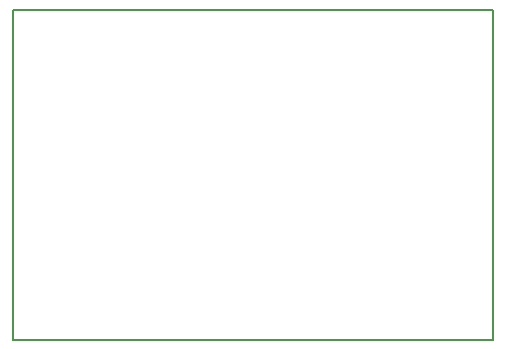
<source format=gko>
G04 Layer_Color=16711935*
%FSLAX44Y44*%
%MOMM*%
G71*
G01*
G75*
%ADD38C,0.2000*%
D38*
X0Y0D02*
X406400D01*
Y279400D01*
X0D02*
X406400D01*
X0Y0D02*
Y279400D01*
M02*

</source>
